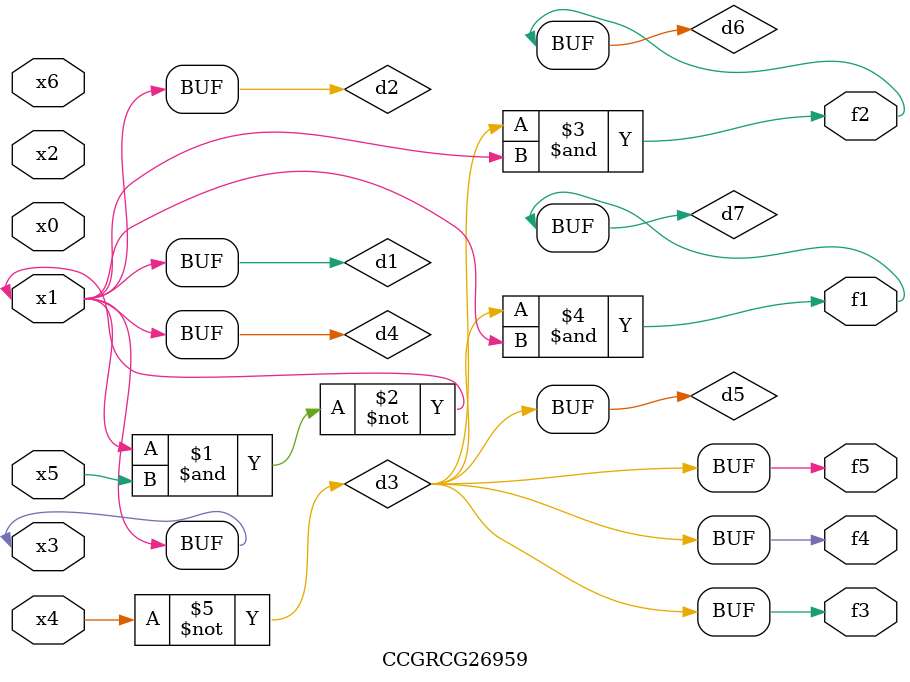
<source format=v>
module CCGRCG26959(
	input x0, x1, x2, x3, x4, x5, x6,
	output f1, f2, f3, f4, f5
);

	wire d1, d2, d3, d4, d5, d6, d7;

	buf (d1, x1, x3);
	nand (d2, x1, x5);
	not (d3, x4);
	buf (d4, d1, d2);
	buf (d5, d3);
	and (d6, d3, d4);
	and (d7, d3, d4);
	assign f1 = d7;
	assign f2 = d6;
	assign f3 = d5;
	assign f4 = d5;
	assign f5 = d5;
endmodule

</source>
